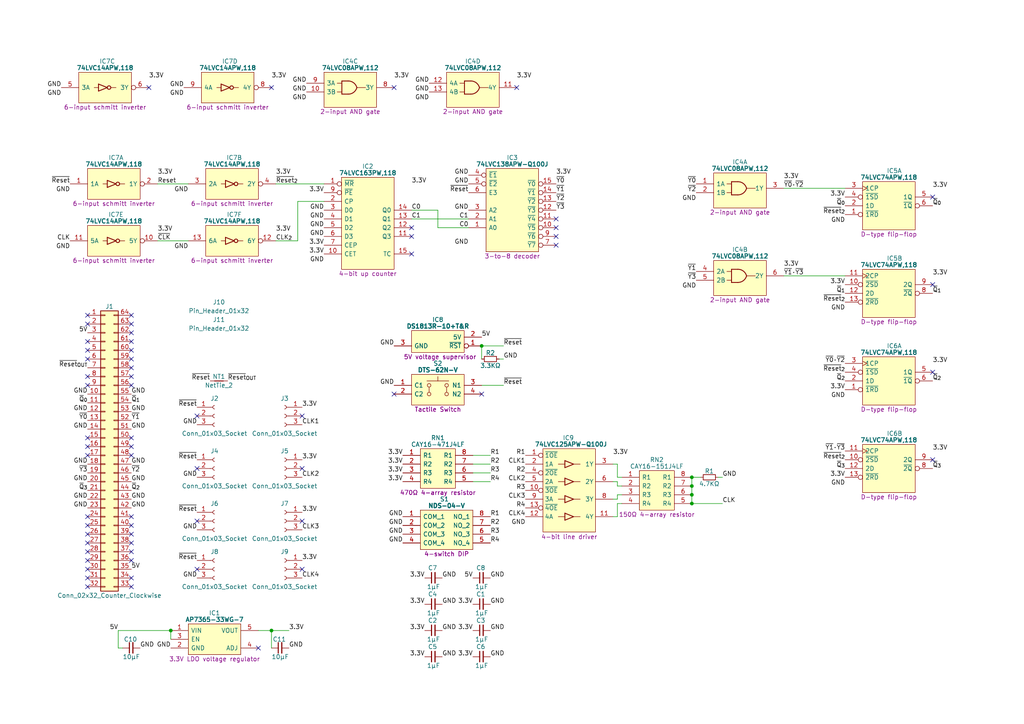
<source format=kicad_sch>
(kicad_sch (version 20230121) (generator eeschema)
  (paper "A4")
  (title_block (title "Quad MPU Clock Generator") (date "2023-12-11") (rev "V0"))
  (junction (at 200.66 143.51))
  (junction (at 200.66 146.05))
  (junction (at 49.53 182.88))
  (junction (at 200.66 138.43))
  (junction (at 139.7 100.33))
  (junction (at 78.74 182.88))
  (junction (at 200.66 140.97))
  (no_connect (at 25.4 99.06))
  (no_connect (at 149.86 25.4))
  (no_connect (at 38.1 160.02))
  (no_connect (at 161.29 71.12))
  (no_connect (at 38.1 99.06))
  (no_connect (at 114.3 25.4))
  (no_connect (at 270.51 57.15))
  (no_connect (at 38.1 106.68))
  (no_connect (at 25.4 170.18))
  (no_connect (at 38.1 109.22))
  (no_connect (at 38.1 132.08))
  (no_connect (at 25.4 91.44))
  (no_connect (at 57.15 120.65))
  (no_connect (at 74.93 187.96))
  (no_connect (at 270.51 107.95))
  (no_connect (at 38.1 129.54))
  (no_connect (at 25.4 149.86))
  (no_connect (at 114.3 114.3))
  (no_connect (at 25.4 109.22))
  (no_connect (at 270.51 133.35))
  (no_connect (at 25.4 154.94))
  (no_connect (at 161.29 66.04))
  (no_connect (at 38.1 93.98))
  (no_connect (at 25.4 152.4))
  (no_connect (at 38.1 91.44))
  (no_connect (at 87.63 151.13))
  (no_connect (at 25.4 167.64))
  (no_connect (at 139.7 114.3))
  (no_connect (at 43.18 25.4))
  (no_connect (at 38.1 157.48))
  (no_connect (at 38.1 101.6))
  (no_connect (at 38.1 167.64))
  (no_connect (at 25.4 162.56))
  (no_connect (at 87.63 165.1))
  (no_connect (at 38.1 162.56))
  (no_connect (at 25.4 132.08))
  (no_connect (at 25.4 111.76))
  (no_connect (at 161.29 63.5))
  (no_connect (at 38.1 152.4))
  (no_connect (at 38.1 149.86))
  (no_connect (at 119.38 73.66))
  (no_connect (at 270.51 82.55))
  (no_connect (at 87.63 135.89))
  (no_connect (at 38.1 170.18))
  (no_connect (at 119.38 68.58))
  (no_connect (at 57.15 151.13))
  (no_connect (at 25.4 160.02))
  (no_connect (at 38.1 104.14))
  (no_connect (at 25.4 93.98))
  (no_connect (at 119.38 66.04))
  (no_connect (at 57.15 165.1))
  (no_connect (at 25.4 104.14))
  (no_connect (at 78.74 25.4))
  (no_connect (at 25.4 129.54))
  (no_connect (at 38.1 127))
  (no_connect (at 57.15 135.89))
  (no_connect (at 38.1 111.76))
  (no_connect (at 25.4 101.6))
  (no_connect (at 25.4 127))
  (no_connect (at 25.4 165.1))
  (no_connect (at 38.1 154.94))
  (no_connect (at 161.29 68.58))
  (no_connect (at 25.4 157.48))
  (no_connect (at 38.1 96.52))
  (no_connect (at 87.63 120.65))
  (wire (pts (xy 179.07 134.62) (xy 179.07 138.43)))
  (wire (pts (xy 146.05 100.33) (xy 139.7 100.33)))
  (wire (pts (xy 177.8 139.7) (xy 179.07 139.7)))
  (wire (pts (xy 135.89 66.04) (xy 127 66.04)))
  (wire (pts (xy 78.74 187.96) (xy 78.74 182.88)))
  (wire (pts (xy 119.38 63.5) (xy 135.89 63.5)))
  (wire (pts (xy 179.07 146.05) (xy 180.34 146.05)))
  (wire (pts (xy 127 60.96) (xy 119.38 60.96)))
  (wire (pts (xy 177.8 134.62) (xy 179.07 134.62)))
  (wire (pts (xy 179.07 138.43) (xy 180.34 138.43)))
  (wire (pts (xy 86.36 58.42) (xy 93.98 58.42)))
  (wire (pts (xy 45.72 69.85) (xy 54.61 69.85)))
  (wire (pts (xy 80.01 53.34) (xy 93.98 53.34)))
  (wire (pts (xy 179.07 143.51) (xy 180.34 143.51)))
  (wire (pts (xy 34.29 182.88) (xy 49.53 182.88)))
  (wire (pts (xy 177.8 144.78) (xy 179.07 144.78)))
  (wire (pts (xy 209.55 138.43) (xy 208.28 138.43)))
  (wire (pts (xy 142.24 132.08) (xy 137.16 132.08)))
  (wire (pts (xy 142.24 137.16) (xy 137.16 137.16)))
  (wire (pts (xy 179.07 149.86) (xy 179.07 146.05)))
  (wire (pts (xy 86.36 69.85) (xy 86.36 58.42)))
  (wire (pts (xy 49.53 182.88) (xy 49.53 185.42)))
  (wire (pts (xy 139.7 100.33) (xy 139.7 104.14)))
  (wire (pts (xy 127 66.04) (xy 127 60.96)))
  (wire (pts (xy 200.66 140.97) (xy 200.66 143.51)))
  (wire (pts (xy 45.72 53.34) (xy 54.61 53.34)))
  (wire (pts (xy 80.01 69.85) (xy 86.36 69.85)))
  (wire (pts (xy 177.8 149.86) (xy 179.07 149.86)))
  (wire (pts (xy 227.33 80.01) (xy 245.11 80.01)))
  (wire (pts (xy 200.66 138.43) (xy 200.66 140.97)))
  (wire (pts (xy 142.24 134.62) (xy 137.16 134.62)))
  (wire (pts (xy 74.93 182.88) (xy 78.74 182.88)))
  (wire (pts (xy 200.66 143.51) (xy 200.66 146.05)))
  (wire (pts (xy 146.05 111.76) (xy 139.7 111.76)))
  (wire (pts (xy 200.66 146.05) (xy 209.55 146.05)))
  (wire (pts (xy 179.07 144.78) (xy 179.07 143.51)))
  (wire (pts (xy 34.29 182.88) (xy 34.29 187.96)))
  (wire (pts (xy 179.07 140.97) (xy 180.34 140.97)))
  (wire (pts (xy 146.05 104.14) (xy 144.78 104.14)))
  (wire (pts (xy 203.2 138.43) (xy 200.66 138.43)))
  (wire (pts (xy 179.07 139.7) (xy 179.07 140.97)))
  (wire (pts (xy 34.29 187.96) (xy 35.56 187.96)))
  (wire (pts (xy 78.74 182.88) (xy 83.82 182.88)))
  (wire (pts (xy 142.24 139.7) (xy 137.16 139.7)))
  (wire (pts (xy 227.33 54.61) (xy 245.11 54.61)))
  (label "3.3V" (at 45.72 67.31 0))
  (label "3.3V" (at 137.16 182.88 180))
  (label "CLK2" (at 152.4 139.7 180))
  (label "GND" (at 20.32 55.88 180))
  (label "GND" (at 57.15 153.67 180))
  (label "~{Reset}" (at 57.15 118.11 180))
  (label "GND" (at 124.46 26.67 180))
  (label "GND" (at 116.84 154.94 180))
  (label "5V" (at 38.1 165.1 0))
  (label "GND" (at 25.4 139.7 180))
  (label "3.3V" (at 270.51 130.81 0))
  (label "~{Reset}_{OUT}" (at 66.04 110.49 0))
  (label "3.3V" (at 245.11 113.03 180))
  (label "C0" (at 135.89 66.04 180))
  (label "5V" (at 137.16 167.64 180))
  (label "3.3V" (at 116.84 134.62 180))
  (label "CLK3" (at 152.4 144.78 180))
  (label "3.3V" (at 45.72 50.8 0))
  (label "R3" (at 142.24 154.94 0))
  (label "GND" (at 83.82 187.96 0))
  (label "GND" (at 93.98 60.96 180))
  (label "GND" (at 245.11 64.77 180))
  (label "GND" (at 128.27 167.64 0))
  (label "CLK_{2}" (at 80.01 69.85 0))
  (label "GND" (at 88.9 26.67 180))
  (label "GND" (at 88.9 29.21 180))
  (label "3.3V" (at 245.11 82.55 180))
  (label "~{Reset}" (at 146.05 100.33 0))
  (label "CLK1" (at 152.4 134.62 180))
  (label "~{Y0}" (at 25.4 121.92 180))
  (label "~{Y1}·~{Y3}" (at 227.33 80.01 0))
  (label "~{Reset}" (at 20.32 53.34 180))
  (label "GND" (at 20.32 72.39 180))
  (label "~{Y0}" (at 201.93 53.34 180))
  (label "3.3V" (at 93.98 71.12 180))
  (label "3.3V" (at 227.33 77.47 0))
  (label "3.3V" (at 87.63 133.35 0))
  (label "GND" (at 93.98 63.5 180))
  (label "3.3V" (at 270.51 54.61 0))
  (label "GND" (at 142.24 167.64 0))
  (label "C1" (at 135.89 63.5 180))
  (label "~{Q}_{2}" (at 270.51 110.49 0))
  (label "3.3V" (at 161.29 50.8 0))
  (label "3.3V" (at 87.63 118.11 0))
  (label "3.3V" (at 270.51 105.41 0))
  (label "3.3V" (at 149.86 22.86 0))
  (label "3.3V" (at 87.63 148.59 0))
  (label "R1" (at 152.4 132.08 180))
  (label "3.3V" (at 245.11 138.43 180))
  (label "GND" (at 40.64 187.96 0))
  (label "5V" (at 34.29 182.88 180))
  (label "3.3V" (at 123.19 190.5 180))
  (label "GND" (at 124.46 29.21 180))
  (label "~{Q}_{2}" (at 245.11 110.49 180))
  (label "GND" (at 146.05 104.14 0))
  (label "R2" (at 142.24 152.4 0))
  (label "R2" (at 142.24 134.62 0))
  (label "CLK2" (at 87.63 138.43 0))
  (label "~{Y2}" (at 201.93 55.88 180))
  (label "GND" (at 53.34 27.94 180))
  (label "GND" (at 135.89 50.8 180))
  (label "GND" (at 25.4 147.32 180))
  (label "3.3V" (at 270.51 80.01 0))
  (label "CLK4" (at 87.63 167.64 0))
  (label "GND" (at 38.1 124.46 0))
  (label "~{Reset}_{2}" (at 245.11 133.35 180))
  (label "GND" (at 54.61 55.88 180))
  (label "5V" (at 25.4 96.52 180))
  (label "GND" (at 93.98 66.04 180))
  (label "GND" (at 17.78 25.4 180))
  (label "3.3V" (at 137.16 190.5 180))
  (label "GND" (at 124.46 24.13 180))
  (label "~{CLK}" (at 45.72 69.85 0))
  (label "~{Y3}" (at 161.29 60.96 0))
  (label "3.3V" (at 177.8 132.08 0))
  (label "GND" (at 49.53 187.96 180))
  (label "~{Y1}" (at 38.1 121.92 0))
  (label "~{Q}_{1}" (at 270.51 85.09 0))
  (label "~{Y1}" (at 161.29 55.88 0))
  (label "GND" (at 128.27 190.5 0))
  (label "GND" (at 17.78 27.94 180))
  (label "CLK" (at 209.55 146.05 0))
  (label "GND" (at 38.1 139.7 0))
  (label "GND" (at 38.1 119.38 0))
  (label "~{Reset}_{2}" (at 245.11 62.23 180))
  (label "~{Reset}_{2}" (at 245.11 107.95 180))
  (label "3.3V" (at 119.38 53.34 0))
  (label "~{Q}_{2}" (at 38.1 142.24 0))
  (label "GND" (at 38.1 134.62 0))
  (label "GND" (at 53.34 25.4 180))
  (label "3.3V" (at 116.84 139.7 180))
  (label "~{Y1}" (at 201.93 78.74 180))
  (label "GND" (at 57.15 167.64 180))
  (label "CLK" (at 20.32 69.85 180))
  (label "R3" (at 142.24 137.16 0))
  (label "~{Reset}_{OUT}" (at 25.4 106.68 180))
  (label "GND" (at 25.4 114.3 180))
  (label "~{Q}_{0}" (at 245.11 59.69 180))
  (label "3.3V" (at 80.01 67.31 0))
  (label "GND" (at 54.61 72.39 180))
  (label "3.3V" (at 227.33 52.07 0))
  (label "GND" (at 142.24 190.5 0))
  (label "~{Reset}" (at 57.15 162.56 180))
  (label "GND" (at 25.4 124.46 180))
  (label "GND" (at 135.89 71.12 180))
  (label "3.3V" (at 123.19 175.26 180))
  (label "GND" (at 201.93 83.82 180))
  (label "3.3V" (at 93.98 55.88 180))
  (label "GND" (at 38.1 114.3 0))
  (label "GND" (at 142.24 175.26 0))
  (label "GND" (at 38.1 144.78 0))
  (label "~{Reset}" (at 146.05 111.76 0))
  (label "3.3V" (at 123.19 182.88 180))
  (label "~{Y2}" (at 38.1 137.16 0))
  (label "GND" (at 135.89 60.96 180))
  (label "GND" (at 57.15 138.43 180))
  (label "~{Y3}" (at 25.4 137.16 180))
  (label "~{Q}_{0}" (at 25.4 116.84 180))
  (label "GND" (at 245.11 140.97 180))
  (label "GND" (at 116.84 152.4 180))
  (label "~{Y0}·~{Y2}" (at 245.11 105.41 180))
  (label "Reset" (at 45.72 53.34 0))
  (label "~{Y3}" (at 201.93 81.28 180))
  (label "GND" (at 57.15 123.19 180))
  (label "~{Q}_{1}" (at 38.1 116.84 0))
  (label "3.3V" (at 83.82 182.88 0))
  (label "3.3V" (at 123.19 167.64 180))
  (label "R4" (at 142.24 157.48 0))
  (label "GND" (at 135.89 53.34 180))
  (label "GND" (at 116.84 157.48 180))
  (label "CLK4" (at 152.4 149.86 180))
  (label "R3" (at 152.4 142.24 180))
  (label "~{Reset}" (at 60.96 110.49 180))
  (label "CLK3" (at 87.63 153.67 0))
  (label "GND" (at 114.3 100.33 180))
  (label "GND" (at 25.4 119.38 180))
  (label "3.3V" (at 116.84 132.08 180))
  (label "3.3V" (at 245.11 57.15 180))
  (label "GND" (at 93.98 76.2 180))
  (label "5V" (at 139.7 97.79 0))
  (label "3.3V" (at 114.3 22.86 0))
  (label "~{Y1}·~{Y3}" (at 245.11 130.81 180))
  (label "3.3V" (at 116.84 137.16 180))
  (label "GND" (at 245.11 90.17 180))
  (label "~{Y2}" (at 161.29 58.42 0))
  (label "GND" (at 88.9 24.13 180))
  (label "GND" (at 114.3 111.76 180))
  (label "~{Y0}" (at 161.29 53.34 0))
  (label "GND" (at 93.98 68.58 180))
  (label "GND" (at 38.1 147.32 0))
  (label "3.3V" (at 80.01 50.8 0))
  (label "~{Y0}·~{Y2}" (at 227.33 54.61 0))
  (label "GND" (at 25.4 134.62 180))
  (label "C1" (at 119.38 63.5 0))
  (label "~{Reset}" (at 135.89 55.88 180))
  (label "GND" (at 152.4 152.4 180))
  (label "3.3V" (at 137.16 175.26 180))
  (label "GND" (at 25.4 144.78 180))
  (label "~{Reset}" (at 57.15 148.59 180))
  (label "R1" (at 142.24 132.08 0))
  (label "~{Reset}" (at 57.15 133.35 180))
  (label "GND" (at 142.24 182.88 0))
  (label "~{Q}_{1}" (at 245.11 85.09 180))
  (label "~{Q}_{3}" (at 270.51 135.89 0))
  (label "3.3V" (at 87.63 162.56 0))
  (label "C0" (at 119.38 60.96 0))
  (label "R4" (at 152.4 147.32 180))
  (label "GND" (at 209.55 138.43 0))
  (label "GND" (at 116.84 149.86 180))
  (label "R2" (at 152.4 137.16 180))
  (label "GND" (at 201.93 58.42 180))
  (label "GND" (at 128.27 175.26 0))
  (label "~{Reset}_{2}" (at 245.11 87.63 180))
  (label "CLK1" (at 87.63 123.19 0))
  (label "GND" (at 245.11 115.57 180))
  (label "~{Q}_{0}" (at 270.51 59.69 0))
  (label "3.3V" (at 43.18 22.86 0))
  (label "3.3V" (at 93.98 73.66 180))
  (label "R4" (at 142.24 139.7 0))
  (label "~{Q}_{3}" (at 245.11 135.89 180))
  (label "~{Q}_{3}" (at 25.4 142.24 180))
  (label "R1" (at 142.24 149.86 0))
  (label "~{Reset}_{2}" (at 80.01 53.34 0))
  (label "GND" (at 128.27 182.88 0))
  (label "3.3V" (at 78.74 22.86 0))
  (symbol (lib_id "HCP65:Pin_Header_01x32") (at 63.5 93.98 0) (unit 1)
    (property "Reference" "J11" (at 63.5 92.71 0))
    (property "Value" "Pin_Header_01x32" (at 63.5 95.25 0))
    (property "Footprint" "SamacSys_Parts:PinHeader_1x32_P2.54mm_Vertical" (effects hide))
  )
  (symbol (lib_id "Bourns:CAY16-471J4LF") (at 116.84 132.08 0) (unit 1)
    (property "Reference" "RN1" (at 127 127 0))
    (property "Value" "CAY16-471J4LF" (at 127 128.905 0))
    (property "Footprint" "CAY16-J4" (effects hide))
    (property "Datasheet" "http://www.bourns.com/docs/Product-Datasheets/CATCAY.pdf" (effects hide))
    (property "Description" "470Ω 4-array resistor" (at 127 142.875 0))
    (property "Manufacturer_Name" "Bourns" (effects hide))
    (property "Manufacturer_Part_Number" "CAY16-471J4LF" (effects hide))
    (property "Mouser Part Number" "652-CAY16-471J4LF" (effects hide))
    (property "Mouser Price/Stock" "https://www.mouser.co.uk/ProductDetail/Bourns/CAY16-471J4LF?qs=t3shhpq1i1AwJjUkfBquGg%3D%3D" (effects hide))
    (property "Arrow Part Number" "CAY16-471J4LF" (effects hide))
    (property "Arrow Price/Stock" "https://www.arrow.com/en/products/cay16-471j4lf/bourns" (effects hide))
    (property "Silkscreen" "470Ω" (effects hide))
  )
  (symbol (lib_id "Connector:Conn_01x03_Socket") (at 62.23 151.13 0) (unit 1)
    (property "Reference" "J6" (at 62.23 146.05 0))
    (property "Value" "Conn_01x03_Socket" (at 62.23 156.21 0))
    (property "Footprint" "Connector_PinSocket_2.54mm:PinSocket_1x03_P2.54mm_Vertical" (effects hide))
  )
  (symbol (lib_id "Diptronic:DTS-62N-V") (at 114.3 111.76 0) (unit 1)
    (property "Reference" "S2" (at 127 105.41 0))
    (property "Value" "DTS-62N-V" (at 127 107.315 0) (effects (font bold)))
    (property "Footprint" "DTS62NV" (effects hide))
    (property "Datasheet" "http://akizukidenshi.com/download/ds/cosland/DTS-6-V.PDF" (effects hide))
    (property "Description" "Tactile Switch" (at 127 118.745 0))
    (property "Height" "7" (effects hide))
    (property "Manufacturer_Name" "Diptronics" (effects hide))
    (property "Manufacturer_Part_Number" "DTS-62N-V" (effects hide))
    (property "Mouser Part Number" "113-DTS-62N-V" (effects hide))
    (property "Mouser Price/Stock" "https://www.mouser.co.uk/ProductDetail/Diptronics/DTS-62N-V?qs=gTYE2QTfZfSKTB5KYn%252Brkw%3D%3D" (effects hide))
  )
  (symbol (lib_id "Nexperia:74LVC138APW-Q100J") (at 135.89 48.895 0) (unit 1)
    (property "Reference" "IC3" (at 148.59 45.72 0))
    (property "Value" "74LVC138APW-Q100J" (at 148.59 47.625 0) (effects (font bold)))
    (property "Footprint" "SOP65P640X110-16N" (effects hide))
    (property "Datasheet" "https://assets.nexperia.com/documents/data-sheet/74LVC138A_Q100.pdf" (effects hide))
    (property "Description" "3-to-8 decoder" (at 148.59 74.295 0))
    (property "Height" "1.1" (effects hide))
    (property "Mouser Part Number" "771-74LVC138APWQ100J" (effects hide))
    (property "Mouser Price/Stock" "https://www.mouser.co.uk/ProductDetail/Nexperia/74LVC138APW-Q100J?qs=fi7yB2oewZnXKE82xo%252BhJQ%3D%3D" (effects hide))
    (property "Manufacturer_Name" "Nexperia" (effects hide))
    (property "Manufacturer_Part_Number" "74LVC138APW-Q100J" (effects hide))
    (property "Silkscreen" "74LVC138" (effects hide))
  )
  (symbol (lib_id "Nexperia:74LVC14APW,118_Multi") (at 54.61 53.34 0) (unit 2)
    (property "Reference" "IC7" (at 67.945 45.72 0))
    (property "Value" "74LVC14APW,118" (at 67.31 47.625 0) (effects (font bold)))
    (property "Footprint" "SOP65P640X110-14N" (effects hide))
    (property "Datasheet" "https://assets.nexperia.com/documents/data-sheet/74LVC14A.pdf" (effects hide))
    (property "Description" "6-input schmitt inverter" (at 67.31 59.055 0))
    (property "Height" "1.1" (effects hide))
    (property "Manufacturer_Name" "Nexperia" (effects hide))
    (property "Manufacturer_Part_Number" "74LVC14APW,118" (effects hide))
    (property "Mouser Part Number" "771-74LVC14APW-T" (effects hide))
    (property "Mouser Price/Stock" "https://www.mouser.co.uk/ProductDetail/Nexperia/74LVC14APW118?qs=me8TqzrmIYUSyqWqvgpEbA%3D%3D" (effects hide))
    (property "Silkscreen" "74LVC14" (effects hide))
  )
  (symbol (lib_id "Nexperia:74LVC74APW,118_Multi") (at 245.11 54.61 0) (unit 1)
    (property "Reference" "IC5" (at 257.175 49.53 0) (effects (justify left)))
    (property "Value" "74LVC74APW,118" (at 257.81 51.435 0) (effects (font bold)))
    (property "Footprint" "SOP65P640X110-14N" (effects hide))
    (property "Datasheet" "https://assets.nexperia.com/documents/data-sheet/74LVC74A.pdf" (effects hide))
    (property "Description" "D-type flip-flop" (at 257.81 67.945 0))
    (property "Height" "1.1" (effects hide))
    (property "Mouser Part Number" "771-74LVC74APW-T" (effects hide))
    (property "Mouser Price/Stock" "https://www.mouser.co.uk/ProductDetail/Nexperia/74LVC74APW118?qs=me8TqzrmIYVtXwVfet0lzw%3D%3D" (effects hide))
    (property "Manufacturer_Name" "Nexperia" (effects hide))
    (property "Manufacturer_Part_Number" "74LVC74APW,118" (effects hide))
    (property "Silkscreen" "74LVC74" (effects hide))
  )
  (symbol (lib_id "Nexperia:74LVC08APW,112_Multi") (at 201.93 53.34 0) (unit 1)
    (property "Reference" "IC4" (at 214.63 46.99 0))
    (property "Value" "74LVC08APW,112" (at 214.63 48.895 0) (effects (font bold)))
    (property "Footprint" "SOP65P640X110-14N" (effects hide))
    (property "Datasheet" "https://assets.nexperia.com/documents/data-sheet/74LVC08A.pdf" (effects hide))
    (property "Description" "2-input AND gate" (at 214.63 61.595 0))
    (property "Height" "1.1" (effects hide))
    (property "Manufacturer_Name" "Nexperia" (effects hide))
    (property "Manufacturer_Part_Number" "74LVC08APW,112" (effects hide))
    (property "Mouser Part Number" "771-74LVC08APW" (effects hide))
    (property "Mouser Price/Stock" "https://www.mouser.com/Search/Refine.aspx?Keyword=771-74LVC08APW" (effects hide))
    (property "Silkscreen" "74LVC08" (effects hide))
  )
  (symbol (lib_id "Nexperia:74LVC14APW,118_Multi") (at 54.61 69.85 0) (unit 6)
    (property "Reference" "IC7" (at 67.945 62.23 0))
    (property "Value" "74LVC14APW,118" (at 67.31 64.135 0) (effects (font bold)))
    (property "Footprint" "SOP65P640X110-14N" (effects hide))
    (property "Datasheet" "https://assets.nexperia.com/documents/data-sheet/74LVC14A.pdf" (effects hide))
    (property "Description" "6-input schmitt inverter" (at 67.31 75.565 0))
    (property "Height" "1.1" (effects hide))
    (property "Manufacturer_Name" "Nexperia" (effects hide))
    (property "Manufacturer_Part_Number" "74LVC14APW,118" (effects hide))
    (property "Mouser Part Number" "771-74LVC14APW-T" (effects hide))
    (property "Mouser Price/Stock" "https://www.mouser.co.uk/ProductDetail/Nexperia/74LVC14APW118?qs=me8TqzrmIYUSyqWqvgpEbA%3D%3D" (effects hide))
    (property "Silkscreen" "74LVC14" (effects hide))
  )
  (symbol (lib_id "HCP65:C_0805") (at 137.16 175.26 0) (unit 1)
    (property "Reference" "C1" (at 139.446 172.339 0))
    (property "Value" "1μF" (at 139.7 177.8 0))
    (property "Footprint" "SamacSys_Parts:C_0805" (effects hide))
  )
  (symbol (lib_id "HCP65:R_0805") (at 139.7 104.14 0) (unit 1)
    (property "Reference" "R2" (at 142.24 102.362 0))
    (property "Value" "3.3KΩ" (at 142.24 106.045 0))
    (property "Footprint" "SamacSys_Parts:R_0805" (effects hide))
  )
  (symbol (lib_id "Connector:Conn_01x03_Socket") (at 62.23 165.1 0) (unit 1)
    (property "Reference" "J8" (at 62.23 160.02 0))
    (property "Value" "Conn_01x03_Socket" (at 62.23 170.18 0))
    (property "Footprint" "Connector_PinSocket_2.54mm:PinSocket_1x03_P2.54mm_Vertical" (effects hide))
  )
  (symbol (lib_id "Nexperia:74LVC08APW,112_Multi") (at 201.93 78.74 0) (unit 2)
    (property "Reference" "IC4" (at 214.63 72.39 0))
    (property "Value" "74LVC08APW,112" (at 214.63 74.295 0) (effects (font bold)))
    (property "Footprint" "SOP65P640X110-14N" (effects hide))
    (property "Datasheet" "https://assets.nexperia.com/documents/data-sheet/74LVC08A.pdf" (effects hide))
    (property "Description" "2-input AND gate" (at 214.63 86.995 0))
    (property "Height" "1.1" (effects hide))
    (property "Manufacturer_Name" "Nexperia" (effects hide))
    (property "Manufacturer_Part_Number" "74LVC08APW,112" (effects hide))
    (property "Mouser Part Number" "771-74LVC08APW" (effects hide))
    (property "Mouser Price/Stock" "https://www.mouser.com/Search/Refine.aspx?Keyword=771-74LVC08APW" (effects hide))
    (property "Silkscreen" "74LVC08" (effects hide))
  )
  (symbol (lib_id "Connector:Conn_01x03_Socket") (at 82.55 151.13 0) (mirror y) (unit 1)
    (property "Reference" "J7" (at 82.55 146.05 0))
    (property "Value" "Conn_01x03_Socket" (at 82.55 156.21 0))
    (property "Footprint" "Connector_PinSocket_2.54mm:PinSocket_1x03_P2.54mm_Vertical" (effects hide))
  )
  (symbol (lib_id "Connector:Conn_01x03_Socket") (at 62.23 120.65 0) (unit 1)
    (property "Reference" "J2" (at 62.23 115.57 0))
    (property "Value" "Conn_01x03_Socket" (at 62.23 125.73 0))
    (property "Footprint" "Connector_PinSocket_2.54mm:PinSocket_1x03_P2.54mm_Vertical" (effects hide))
  )
  (symbol (lib_id "Connector:Conn_01x03_Socket") (at 82.55 135.89 0) (mirror y) (unit 1)
    (property "Reference" "J5" (at 82.55 130.81 0))
    (property "Value" "Conn_01x03_Socket" (at 82.55 140.97 0))
    (property "Footprint" "Connector_PinSocket_2.54mm:PinSocket_1x03_P2.54mm_Vertical" (effects hide))
  )
  (symbol (lib_id "HCP65:R_0805") (at 203.2 138.43 0) (unit 1)
    (property "Reference" "R1" (at 205.74 136.652 0))
    (property "Value" "4.7KΩ" (at 205.74 140.335 0))
    (property "Footprint" "SamacSys_Parts:R_0805" (effects hide))
  )
  (symbol (lib_id "Nexperia:74LVC14APW,118_Multi") (at 20.32 53.34 0) (unit 1)
    (property "Reference" "IC7" (at 33.655 45.72 0))
    (property "Value" "74LVC14APW,118" (at 33.02 47.625 0) (effects (font bold)))
    (property "Footprint" "SOP65P640X110-14N" (effects hide))
    (property "Datasheet" "https://assets.nexperia.com/documents/data-sheet/74LVC14A.pdf" (effects hide))
    (property "Description" "6-input schmitt inverter" (at 33.02 59.055 0))
    (property "Height" "1.1" (effects hide))
    (property "Manufacturer_Name" "Nexperia" (effects hide))
    (property "Manufacturer_Part_Number" "74LVC14APW,118" (effects hide))
    (property "Mouser Part Number" "771-74LVC14APW-T" (effects hide))
    (property "Mouser Price/Stock" "https://www.mouser.co.uk/ProductDetail/Nexperia/74LVC14APW118?qs=me8TqzrmIYUSyqWqvgpEbA%3D%3D" (effects hide))
    (property "Silkscreen" "74LVC14" (effects hide))
  )
  (symbol (lib_id "Nexperia:74LVC74APW,118_Multi") (at 245.11 80.01 0) (unit 2)
    (property "Reference" "IC5" (at 257.175 74.93 0) (effects (justify left)))
    (property "Value" "74LVC74APW,118" (at 257.81 76.835 0) (effects (font bold)))
    (property "Footprint" "SOP65P640X110-14N" (effects hide))
    (property "Datasheet" "https://assets.nexperia.com/documents/data-sheet/74LVC74A.pdf" (effects hide))
    (property "Description" "D-type flip-flop" (at 257.81 93.345 0))
    (property "Height" "1.1" (effects hide))
    (property "Mouser Part Number" "771-74LVC74APW-T" (effects hide))
    (property "Mouser Price/Stock" "https://www.mouser.co.uk/ProductDetail/Nexperia/74LVC74APW118?qs=me8TqzrmIYVtXwVfet0lzw%3D%3D" (effects hide))
    (property "Manufacturer_Name" "Nexperia" (effects hide))
    (property "Manufacturer_Part_Number" "74LVC74APW,118" (effects hide))
    (property "Silkscreen" "74LVC74" (effects hide))
  )
  (symbol (lib_id "Connector_Generic:Conn_02x32_Counter_Clockwise") (at 30.48 129.54 0) (unit 1)
    (property "Reference" "J1" (at 31.75 88.9 0))
    (property "Value" "Conn_02x32_Counter_Clockwise" (at 31.75 172.72 0))
    (property "Footprint" "SamacSys_Parts:DIP-64_Board_W22.86mm" (effects hide))
  )
  (symbol (lib_id "Connector:Conn_01x03_Socket") (at 82.55 165.1 0) (mirror y) (unit 1)
    (property "Reference" "J9" (at 82.55 160.02 0))
    (property "Value" "Conn_01x03_Socket" (at 82.55 170.18 0))
    (property "Footprint" "Connector_PinSocket_2.54mm:PinSocket_1x03_P2.54mm_Vertical" (effects hide))
  )
  (symbol (lib_id "Connector:Conn_01x03_Socket") (at 62.23 135.89 0) (unit 1)
    (property "Reference" "J4" (at 62.23 130.81 0))
    (property "Value" "Conn_01x03_Socket" (at 62.23 140.97 0))
    (property "Footprint" "Connector_PinSocket_2.54mm:PinSocket_1x03_P2.54mm_Vertical" (effects hide))
  )
  (symbol (lib_id "HCP65:C_0805") (at 123.19 182.88 0) (unit 1)
    (property "Reference" "C2" (at 125.476 179.959 0))
    (property "Value" "1μF" (at 125.73 185.42 0))
    (property "Footprint" "SamacSys_Parts:C_0805" (effects hide))
  )
  (symbol (lib_id "Nexperia:74LVC163PW,118") (at 93.98 53.34 0) (unit 1)
    (property "Reference" "IC2" (at 106.68 48.26 0))
    (property "Value" "74LVC163PW,118" (at 106.68 50.165 0) (effects (font bold)))
    (property "Footprint" "SOP65P640X110-16N" (effects hide))
    (property "Datasheet" "https://assets.nexperia.com/documents/data-sheet/74LVC163.pdf" (effects hide))
    (property "Description" "4-bit up counter" (at 106.68 79.375 0))
    (property "Height" "1.1" (effects hide))
    (property "Mouser Part Number" "771-74LVC163PW-T" (effects hide))
    (property "Mouser Price/Stock" "https://www.mouser.co.uk/ProductDetail/Nexperia/74LVC163PW118?qs=me8TqzrmIYUWRf9xrCNBjw%3D%3D" (effects hide))
    (property "Manufacturer_Name" "Nexperia" (effects hide))
    (property "Manufacturer_Part_Number" "74LVC163PW,118" (effects hide))
    (property "Silkscreen" "74LVC163" (effects hide))
  )
  (symbol (lib_id "HCP65:C_0805") (at 137.16 167.64 0) (unit 1)
    (property "Reference" "C8" (at 139.446 164.719 0))
    (property "Value" "1μF" (at 139.7 170.18 0))
    (property "Footprint" "SamacSys_Parts:C_0805" (effects hide))
  )
  (symbol (lib_id "HCP65:Pin_Header_01x32") (at 63.5 88.9 0) (unit 1)
    (property "Reference" "J10" (at 63.5 87.63 0))
    (property "Value" "Pin_Header_01x32" (at 63.5 90.17 0))
    (property "Footprint" "SamacSys_Parts:PinHeader_1x32_P2.54mm_Vertical" (effects hide))
  )
  (symbol (lib_id "Nexperia:74LVC08APW,112_Multi") (at 124.46 24.13 0) (unit 4)
    (property "Reference" "IC4" (at 137.16 17.78 0))
    (property "Value" "74LVC08APW,112" (at 137.16 19.685 0) (effects (font bold)))
    (property "Footprint" "SOP65P640X110-14N" (effects hide))
    (property "Datasheet" "https://assets.nexperia.com/documents/data-sheet/74LVC08A.pdf" (effects hide))
    (property "Description" "2-input AND gate" (at 137.16 32.385 0))
    (property "Height" "1.1" (effects hide))
    (property "Manufacturer_Name" "Nexperia" (effects hide))
    (property "Manufacturer_Part_Number" "74LVC08APW,112" (effects hide))
    (property "Mouser Part Number" "771-74LVC08APW" (effects hide))
    (property "Mouser Price/Stock" "https://www.mouser.com/Search/Refine.aspx?Keyword=771-74LVC08APW" (effects hide))
    (property "Silkscreen" "74LVC08" (effects hide))
  )
  (symbol (lib_id "Nexperia:74LVC125APW-Q100J") (at 152.4 132.08 0) (unit 1)
    (property "Reference" "IC9" (at 164.846 127 0))
    (property "Value" "74LVC125APW-Q100J" (at 165.608 128.016 0) (effects (font bold) (justify top)))
    (property "Footprint" "SOP65P640X110-14N" (effects hide))
    (property "Datasheet" "https://assets.nexperia.com/documents/data-sheet/74LVC125A_Q100.pdf" (effects hide))
    (property "Height" "1.1" (effects hide))
    (property "Manufacturer_Name" "Nexperia" (effects hide))
    (property "Manufacturer_Part_Number" "74LVC125APW-Q100J" (effects hide))
    (property "Mouser Part Number" "771-74LVC125APWQ100J" (effects hide))
    (property "Mouser Price/Stock" "https://www.mouser.co.uk/ProductDetail/Nexperia/74LVC125APW-Q100J?qs=fi7yB2oewZnvEQIDK5FFLg%3D%3D" (effects hide))
    (property "Description" "4-bit line driver " (at 165.608 155.702 0))
    (property "Silkscreen" "74LVC125APW" (effects hide))
  )
  (symbol (lib_id "Nexperia:74LVC14APW,118_Multi") (at 20.32 69.85 0) (unit 5)
    (property "Reference" "IC7" (at 33.655 62.23 0))
    (property "Value" "74LVC14APW,118" (at 33.02 64.135 0) (effects (font bold)))
    (property "Footprint" "SOP65P640X110-14N" (effects hide))
    (property "Datasheet" "https://assets.nexperia.com/documents/data-sheet/74LVC14A.pdf" (effects hide))
    (property "Description" "6-input schmitt inverter" (at 33.02 75.565 0))
    (property "Height" "1.1" (effects hide))
    (property "Manufacturer_Name" "Nexperia" (effects hide))
    (property "Manufacturer_Part_Number" "74LVC14APW,118" (effects hide))
    (property "Mouser Part Number" "771-74LVC14APW-T" (effects hide))
    (property "Mouser Price/Stock" "https://www.mouser.co.uk/ProductDetail/Nexperia/74LVC14APW118?qs=me8TqzrmIYUSyqWqvgpEbA%3D%3D" (effects hide))
    (property "Silkscreen" "74LVC14" (effects hide))
  )
  (symbol (lib_id "HCP65:C_0805") (at 35.56 187.96 0) (unit 1)
    (property "Reference" "C10" (at 37.846 185.42 0))
    (property "Value" "10µF" (at 35.56 190.5 0) (effects (justify left)))
    (property "Footprint" "SamacSys_Parts:C_0805" (effects hide))
  )
  (symbol (lib_id "HCP65:C_0805") (at 123.19 175.26 0) (unit 1)
    (property "Reference" "C4" (at 125.476 172.339 0))
    (property "Value" "1μF" (at 125.73 177.8 0))
    (property "Footprint" "SamacSys_Parts:C_0805" (effects hide))
  )
  (symbol (lib_id "Nexperia:74LVC08APW,112_Multi") (at 88.9 24.13 0) (unit 3)
    (property "Reference" "IC4" (at 101.6 17.78 0))
    (property "Value" "74LVC08APW,112" (at 101.6 19.685 0) (effects (font bold)))
    (property "Footprint" "SOP65P640X110-14N" (effects hide))
    (property "Datasheet" "https://assets.nexperia.com/documents/data-sheet/74LVC08A.pdf" (effects hide))
    (property "Description" "2-input AND gate" (at 101.6 32.385 0))
    (property "Height" "1.1" (effects hide))
    (property "Manufacturer_Name" "Nexperia" (effects hide))
    (property "Manufacturer_Part_Number" "74LVC08APW,112" (effects hide))
    (property "Mouser Part Number" "771-74LVC08APW" (effects hide))
    (property "Mouser Price/Stock" "https://www.mouser.com/Search/Refine.aspx?Keyword=771-74LVC08APW" (effects hide))
    (property "Silkscreen" "74LVC08" (effects hide))
  )
  (symbol (lib_id "Nexperia:74LVC14APW,118_Multi") (at 53.34 25.4 0) (unit 4)
    (property "Reference" "IC7" (at 66.675 17.78 0))
    (property "Value" "74LVC14APW,118" (at 66.04 19.685 0) (effects (font bold)))
    (property "Footprint" "SOP65P640X110-14N" (effects hide))
    (property "Datasheet" "https://assets.nexperia.com/documents/data-sheet/74LVC14A.pdf" (effects hide))
    (property "Description" "6-input schmitt inverter" (at 66.04 31.115 0))
    (property "Height" "1.1" (effects hide))
    (property "Manufacturer_Name" "Nexperia" (effects hide))
    (property "Manufacturer_Part_Number" "74LVC14APW,118" (effects hide))
    (property "Mouser Part Number" "771-74LVC14APW-T" (effects hide))
    (property "Mouser Price/Stock" "https://www.mouser.co.uk/ProductDetail/Nexperia/74LVC14APW118?qs=me8TqzrmIYUSyqWqvgpEbA%3D%3D" (effects hide))
    (property "Silkscreen" "74LVC14" (effects hide))
  )
  (symbol (lib_id "Diodes_Inc:AP7365-33WG-7") (at 49.53 182.88 0) (unit 1)
    (property "Reference" "IC1" (at 62.23 177.8 0))
    (property "Value" "AP7365-33WG-7" (at 62.23 179.705 0) (effects (font bold)))
    (property "Footprint" "SOT95P285X130-5N" (effects hide))
    (property "Datasheet" "https://componentsearchengine.com/Datasheets/1/AP7365-33WG-7.pdf" (effects hide))
    (property "Description" "3.3V LDO voltage regulator" (at 62.23 191.135 0))
    (property "Height" "1.3" (effects hide))
    (property "Manufacturer_Name" "Diodes Inc." (effects hide))
    (property "Manufacturer_Part_Number" "AP7365-33WG-7" (effects hide))
    (property "Mouser Part Number" "621-AP7365-33WG-7" (effects hide))
    (property "Mouser Price/Stock" "https://www.mouser.co.uk/ProductDetail/Diodes-Incorporated/AP7365-33WG-7?qs=abZ1nkZpTuOZFvxvoFPL0w%3D%3D" (effects hide))
    (property "Arrow Part Number" "AP7365-33WG-7" (effects hide))
    (property "Arrow Price/Stock" "https://www.arrow.com/en/products/ap7365-33wg-7/diodes-incorporated?region=nac" (effects hide))
    (property "Silkscreen" "AP7365" (effects hide))
  )
  (symbol (lib_id "Maxim:DS1813R-10+T&R") (at 114.3 100.33 0) (unit 1)
    (property "Reference" "IC8" (at 127 92.71 0))
    (property "Value" "DS1813R-10+T&R" (at 127 94.615 0) (effects (font bold)))
    (property "Footprint" "SOT95P237X112-3N" (effects hide))
    (property "Datasheet" "https://componentsearchengine.com/Datasheets/2/DS1813R-10+T&R.pdf" (effects hide))
    (property "Description" "5V voltage supervisor" (at 127.635 103.505 0))
    (property "Height" "1.12" (effects hide))
    (property "Mouser Part Number" "700-DS1813R-10T&R" (effects hide))
    (property "Mouser Price/Stock" "https://www.mouser.co.uk/ProductDetail/Maxim-Integrated/DS1813R-10%2bTR?qs=0Y9aZN%252BMVCUEX%2FgvPX%252B6Nw%3D%3D" (effects hide))
    (property "Manufacturer_Name" "Maxim Integrated" (effects hide))
    (property "Manufacturer_Part_Number" "DS1813R-10+T&R" (effects hide))
    (property "Silkscreen" "DS1813" (effects hide))
  )
  (symbol (lib_id "Apem:NDS-04-V") (at 116.84 149.86 0) (unit 1)
    (property "Reference" "S1" (at 128.905 144.78 0))
    (property "Value" "NDS-04-V" (at 129.54 146.685 0) (effects (font bold)))
    (property "Footprint" "NDS04V" (effects hide))
    (property "Datasheet" "https://www.mouser.co.uk/datasheet/2/26/switch-DIP-DS-DP-DA-ENG-523258.pdf" (effects hide))
    (property "Description" "4-switch DIP" (at 129.54 160.655 0))
    (property "Height" "7.05" (effects hide))
    (property "Manufacturer_Name" "Apem" (effects hide))
    (property "Manufacturer_Part_Number" "NDS-04-V" (effects hide))
    (property "Mouser Part Number" "642-DS04" (effects hide))
    (property "Mouser Price/Stock" "https://www.mouser.co.uk/ProductDetail/Apem/NDS-04-V?qs=f9yNj16SXrK7qjcR0Szydw%3D%3D" (effects hide))
  )
  (symbol (lib_id "HCP65:C_0805") (at 137.16 182.88 0) (unit 1)
    (property "Reference" "C3" (at 139.446 179.959 0))
    (property "Value" "1μF" (at 139.7 185.42 0))
    (property "Footprint" "SamacSys_Parts:C_0805" (effects hide))
  )
  (symbol (lib_id "HCP65:C_0805") (at 123.19 190.5 0) (unit 1)
    (property "Reference" "C5" (at 125.476 187.579 0))
    (property "Value" "1μF" (at 125.73 193.04 0))
    (property "Footprint" "SamacSys_Parts:C_0805" (effects hide))
  )
  (symbol (lib_id "HCP65:C_0805") (at 123.19 167.64 0) (unit 1)
    (property "Reference" "C7" (at 125.476 164.719 0))
    (property "Value" "1μF" (at 125.73 170.18 0))
    (property "Footprint" "SamacSys_Parts:C_0805" (effects hide))
  )
  (symbol (lib_id "Device:NetTie_2") (at 63.5 110.49 0) (unit 1) (in_bom no)
    (property "Reference" "NT1" (at 63.5 109.22 0))
    (property "Value" "NetTie_2" (at 63.5 111.76 0))
    (property "Footprint" "NetTie:NetTie-2_SMD_Pad0.5mm" (effects hide))
  )
  (symbol (lib_id "HCP65:C_0805") (at 78.74 187.96 0) (unit 1)
    (property "Reference" "C11" (at 81.026 185.42 0))
    (property "Value" "10µF" (at 78.74 190.5 0) (effects (justify left)))
    (property "Footprint" "SamacSys_Parts:C_0805" (effects hide))
  )
  (symbol (lib_id "Bourns:CAY16-151J4LF") (at 180.34 138.43 0) (unit 1)
    (property "Reference" "RN2" (at 190.5 133.35 0))
    (property "Value" "CAY16-151J4LF" (at 190.5 135.255 0))
    (property "Footprint" "SamacSys_Parts:CAY16-J4" (effects hide))
    (property "Datasheet" "https://datasheet.datasheetarchive.com/originals/distributors/SFDatasheet-7/sf-000140092.pdf" (effects hide))
    (property "Description" "150Ω 4-array resistor" (at 190.5 149.225 0))
    (property "Height" "0.6" (effects hide))
    (property "Manufacturer_Name" "Bourns" (effects hide))
    (property "Manufacturer_Part_Number" "CAY16-151J4LF" (effects hide))
    (property "Mouser Part Number" "652-CAY16-151J4LF" (effects hide))
    (property "Mouser Price/Stock" "https://www.mouser.co.uk/ProductDetail/Bourns/CAY16-151J4LF?qs=Qv7qbSW4mEF5GWsPNNp3QA%3D%3D" (effects hide))
    (property "Arrow Part Number" "CAY16-151J4LF" (effects hide))
    (property "Arrow Price/Stock" "https://www.arrow.com/en/products/cay16-151j4lf/bourns" (effects hide))
    (property "Silkscreen" "150Ω" (effects hide))
  )
  (symbol (lib_id "HCP65:C_0805") (at 137.16 190.5 0) (unit 1)
    (property "Reference" "C6" (at 139.446 187.579 0))
    (property "Value" "1μF" (at 139.7 193.04 0))
    (property "Footprint" "SamacSys_Parts:C_0805" (effects hide))
  )
  (symbol (lib_id "Nexperia:74LVC74APW,118_Multi") (at 245.11 130.81 0) (unit 2)
    (property "Reference" "IC6" (at 257.175 125.73 0) (effects (justify left)))
    (property "Value" "74LVC74APW,118" (at 257.81 127.635 0) (effects (font bold)))
    (property "Footprint" "SOP65P640X110-14N" (effects hide))
    (property "Datasheet" "https://assets.nexperia.com/documents/data-sheet/74LVC74A.pdf" (effects hide))
    (property "Description" "D-type flip-flop" (at 257.81 144.145 0))
    (property "Height" "1.1" (effects hide))
    (property "Mouser Part Number" "771-74LVC74APW-T" (effects hide))
    (property "Mouser Price/Stock" "https://www.mouser.co.uk/ProductDetail/Nexperia/74LVC74APW118?qs=me8TqzrmIYVtXwVfet0lzw%3D%3D" (effects hide))
    (property "Manufacturer_Name" "Nexperia" (effects hide))
    (property "Manufacturer_Part_Number" "74LVC74APW,118" (effects hide))
    (property "Silkscreen" "74LVC74" (effects hide))
  )
  (symbol (lib_id "Nexperia:74LVC74APW,118_Multi") (at 245.11 105.41 0) (unit 1)
    (property "Reference" "IC6" (at 257.175 100.33 0) (effects (justify left)))
    (property "Value" "74LVC74APW,118" (at 257.81 102.235 0) (effects (font bold)))
    (property "Footprint" "SOP65P640X110-14N" (effects hide))
    (property "Datasheet" "https://assets.nexperia.com/documents/data-sheet/74LVC74A.pdf" (effects hide))
    (property "Description" "D-type flip-flop" (at 257.81 118.745 0))
    (property "Height" "1.1" (effects hide))
    (property "Mouser Part Number" "771-74LVC74APW-T" (effects hide))
    (property "Mouser Price/Stock" "https://www.mouser.co.uk/ProductDetail/Nexperia/74LVC74APW118?qs=me8TqzrmIYVtXwVfet0lzw%3D%3D" (effects hide))
    (property "Manufacturer_Name" "Nexperia" (effects hide))
    (property "Manufacturer_Part_Number" "74LVC74APW,118" (effects hide))
    (property "Silkscreen" "74LVC74" (effects hide))
  )
  (symbol (lib_id "Connector:Conn_01x03_Socket") (at 82.55 120.65 0) (mirror y) (unit 1)
    (property "Reference" "J3" (at 82.55 115.57 0))
    (property "Value" "Conn_01x03_Socket" (at 82.55 125.73 0))
    (property "Footprint" "Connector_PinSocket_2.54mm:PinSocket_1x03_P2.54mm_Vertical" (effects hide))
  )
  (symbol (lib_id "Nexperia:74LVC14APW,118_Multi") (at 17.78 25.4 0) (unit 3)
    (property "Reference" "IC7" (at 31.115 17.78 0))
    (property "Value" "74LVC14APW,118" (at 30.48 19.685 0) (effects (font bold)))
    (property "Footprint" "SOP65P640X110-14N" (effects hide))
    (property "Datasheet" "https://assets.nexperia.com/documents/data-sheet/74LVC14A.pdf" (effects hide))
    (property "Description" "6-input schmitt inverter" (at 30.48 31.115 0))
    (property "Height" "1.1" (effects hide))
    (property "Manufacturer_Name" "Nexperia" (effects hide))
    (property "Manufacturer_Part_Number" "74LVC14APW,118" (effects hide))
    (property "Mouser Part Number" "771-74LVC14APW-T" (effects hide))
    (property "Mouser Price/Stock" "https://www.mouser.co.uk/ProductDetail/Nexperia/74LVC14APW118?qs=me8TqzrmIYUSyqWqvgpEbA%3D%3D" (effects hide))
    (property "Silkscreen" "74LVC14" (effects hide))
  )
)
</source>
